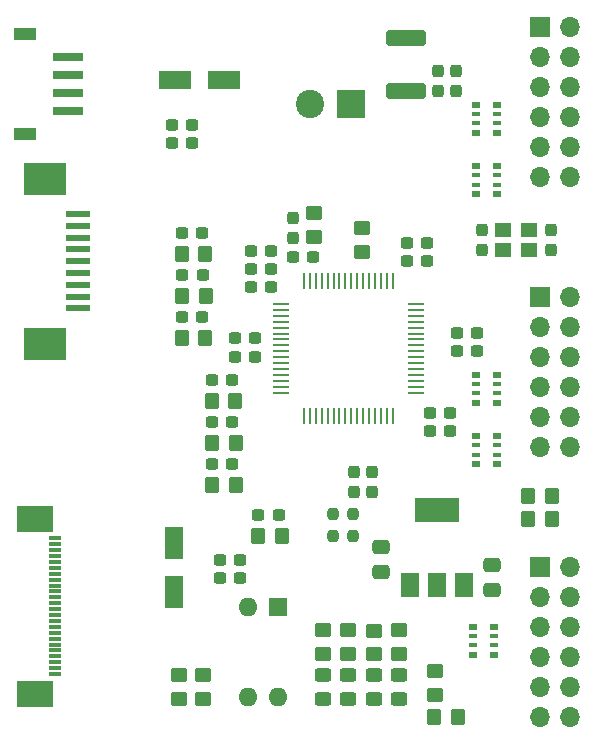
<source format=gbr>
%TF.GenerationSoftware,KiCad,Pcbnew,(5.99.0-12717-g57c7d663b0)*%
%TF.CreationDate,2021-10-22T19:22:42+02:00*%
%TF.ProjectId,video_converter,76696465-6f5f-4636-9f6e-766572746572,rev?*%
%TF.SameCoordinates,Original*%
%TF.FileFunction,Soldermask,Top*%
%TF.FilePolarity,Negative*%
%FSLAX46Y46*%
G04 Gerber Fmt 4.6, Leading zero omitted, Abs format (unit mm)*
G04 Created by KiCad (PCBNEW (5.99.0-12717-g57c7d663b0)) date 2021-10-22 19:22:42*
%MOMM*%
%LPD*%
G01*
G04 APERTURE LIST*
G04 Aperture macros list*
%AMRoundRect*
0 Rectangle with rounded corners*
0 $1 Rounding radius*
0 $2 $3 $4 $5 $6 $7 $8 $9 X,Y pos of 4 corners*
0 Add a 4 corners polygon primitive as box body*
4,1,4,$2,$3,$4,$5,$6,$7,$8,$9,$2,$3,0*
0 Add four circle primitives for the rounded corners*
1,1,$1+$1,$2,$3*
1,1,$1+$1,$4,$5*
1,1,$1+$1,$6,$7*
1,1,$1+$1,$8,$9*
0 Add four rect primitives between the rounded corners*
20,1,$1+$1,$2,$3,$4,$5,0*
20,1,$1+$1,$4,$5,$6,$7,0*
20,1,$1+$1,$6,$7,$8,$9,0*
20,1,$1+$1,$8,$9,$2,$3,0*%
G04 Aperture macros list end*
%ADD10R,2.000000X0.610000*%
%ADD11R,3.600000X2.680000*%
%ADD12RoundRect,0.250000X-0.450000X0.350000X-0.450000X-0.350000X0.450000X-0.350000X0.450000X0.350000X0*%
%ADD13RoundRect,0.250000X-0.350000X-0.450000X0.350000X-0.450000X0.350000X0.450000X-0.350000X0.450000X0*%
%ADD14RoundRect,0.237500X0.300000X0.237500X-0.300000X0.237500X-0.300000X-0.237500X0.300000X-0.237500X0*%
%ADD15RoundRect,0.237500X-0.300000X-0.237500X0.300000X-0.237500X0.300000X0.237500X-0.300000X0.237500X0*%
%ADD16RoundRect,0.250000X0.450000X-0.350000X0.450000X0.350000X-0.450000X0.350000X-0.450000X-0.350000X0*%
%ADD17R,1.700000X1.700000*%
%ADD18O,1.700000X1.700000*%
%ADD19RoundRect,0.237500X-0.237500X0.300000X-0.237500X-0.300000X0.237500X-0.300000X0.237500X0.300000X0*%
%ADD20R,1.600000X1.600000*%
%ADD21O,1.600000X1.600000*%
%ADD22R,0.800000X0.500000*%
%ADD23R,0.800000X0.400000*%
%ADD24RoundRect,0.250000X0.450000X-0.325000X0.450000X0.325000X-0.450000X0.325000X-0.450000X-0.325000X0*%
%ADD25R,1.400000X1.200000*%
%ADD26RoundRect,0.237500X0.237500X-0.300000X0.237500X0.300000X-0.237500X0.300000X-0.237500X-0.300000X0*%
%ADD27RoundRect,0.237500X0.237500X-0.250000X0.237500X0.250000X-0.237500X0.250000X-0.237500X-0.250000X0*%
%ADD28RoundRect,0.250000X0.350000X0.450000X-0.350000X0.450000X-0.350000X-0.450000X0.350000X-0.450000X0*%
%ADD29RoundRect,0.250000X-1.137500X-0.550000X1.137500X-0.550000X1.137500X0.550000X-1.137500X0.550000X0*%
%ADD30RoundRect,0.250000X0.475000X-0.337500X0.475000X0.337500X-0.475000X0.337500X-0.475000X-0.337500X0*%
%ADD31R,1.473200X0.279400*%
%ADD32R,0.279400X1.473200*%
%ADD33R,2.500000X0.700000*%
%ADD34R,1.900000X1.100000*%
%ADD35R,2.400000X2.400000*%
%ADD36C,2.400000*%
%ADD37R,1.100000X0.300000*%
%ADD38R,3.100000X2.300000*%
%ADD39R,1.500000X2.000000*%
%ADD40R,3.800000X2.000000*%
%ADD41RoundRect,0.250000X1.450000X-0.400000X1.450000X0.400000X-1.450000X0.400000X-1.450000X-0.400000X0*%
%ADD42RoundRect,0.250000X-0.550000X1.137500X-0.550000X-1.137500X0.550000X-1.137500X0.550000X1.137500X0*%
G04 APERTURE END LIST*
D10*
%TO.C,J2*%
X123150000Y-75500000D03*
X123150000Y-76500000D03*
X123150000Y-77500000D03*
X123150000Y-78500000D03*
X123150000Y-79500000D03*
X123150000Y-80500000D03*
X123150000Y-81500000D03*
X123150000Y-82500000D03*
X123150000Y-83500000D03*
D11*
X120350000Y-72510000D03*
X120350000Y-86490000D03*
%TD*%
D12*
%TO.C,R16*%
X153416000Y-114189000D03*
X153416000Y-116189000D03*
%TD*%
D13*
%TO.C,R20*%
X161280600Y-101320600D03*
X163280600Y-101320600D03*
%TD*%
%TO.C,R10*%
X131942500Y-85979000D03*
X133942500Y-85979000D03*
%TD*%
D14*
%TO.C,C4*%
X138149500Y-85979000D03*
X136424500Y-85979000D03*
%TD*%
D15*
%TO.C,C24*%
X131963500Y-77089000D03*
X133688500Y-77089000D03*
%TD*%
D16*
%TO.C,R6*%
X150368000Y-112760000D03*
X150368000Y-110760000D03*
%TD*%
D15*
%TO.C,C17*%
X155220500Y-87122000D03*
X156945500Y-87122000D03*
%TD*%
D17*
%TO.C,J3*%
X162244000Y-59690000D03*
D18*
X164784000Y-59690000D03*
X162244000Y-62230000D03*
X164784000Y-62230000D03*
X162244000Y-64770000D03*
X164784000Y-64770000D03*
X162244000Y-67310000D03*
X164784000Y-67310000D03*
X162244000Y-69850000D03*
X164784000Y-69850000D03*
X162244000Y-72390000D03*
X164784000Y-72390000D03*
%TD*%
D19*
%TO.C,C13*%
X141351000Y-75845500D03*
X141351000Y-77570500D03*
%TD*%
D20*
%TO.C,SW1*%
X140086000Y-108754500D03*
D21*
X137546000Y-108754500D03*
X137546000Y-116374500D03*
X140086000Y-116374500D03*
%TD*%
D22*
%TO.C,RN3*%
X156834000Y-71444000D03*
D23*
X156834000Y-72244000D03*
X156834000Y-73044000D03*
D22*
X156834000Y-73844000D03*
X158634000Y-73844000D03*
D23*
X158634000Y-73044000D03*
X158634000Y-72244000D03*
D22*
X158634000Y-71444000D03*
%TD*%
D24*
%TO.C,D4*%
X150368000Y-116586000D03*
X150368000Y-114536000D03*
%TD*%
D15*
%TO.C,C28*%
X131090500Y-69469000D03*
X132815500Y-69469000D03*
%TD*%
%TO.C,C23*%
X138440500Y-100965000D03*
X140165500Y-100965000D03*
%TD*%
%TO.C,C6*%
X151029500Y-77978000D03*
X152754500Y-77978000D03*
%TD*%
D19*
%TO.C,C10*%
X148082000Y-97308500D03*
X148082000Y-99033500D03*
%TD*%
D24*
%TO.C,D2*%
X146050000Y-116595000D03*
X146050000Y-114545000D03*
%TD*%
D15*
%TO.C,C19*%
X131953000Y-84201000D03*
X133678000Y-84201000D03*
%TD*%
D22*
%TO.C,RN5*%
X156580000Y-110433000D03*
D23*
X156580000Y-111233000D03*
X156580000Y-112033000D03*
D22*
X156580000Y-112833000D03*
X158380000Y-112833000D03*
D23*
X158380000Y-112033000D03*
X158380000Y-111233000D03*
D22*
X158380000Y-110433000D03*
%TD*%
D25*
%TO.C,Y1*%
X159174000Y-78574000D03*
X161374000Y-78574000D03*
X161374000Y-76874000D03*
X159174000Y-76874000D03*
%TD*%
D26*
%TO.C,C1*%
X157353000Y-78586500D03*
X157353000Y-76861500D03*
%TD*%
D27*
%TO.C,R19*%
X144780000Y-102766500D03*
X144780000Y-100941500D03*
%TD*%
D24*
%TO.C,D1*%
X143899000Y-116595000D03*
X143899000Y-114545000D03*
%TD*%
D14*
%TO.C,C8*%
X139546500Y-78613000D03*
X137821500Y-78613000D03*
%TD*%
D17*
%TO.C,J4*%
X162244000Y-82550000D03*
D18*
X164784000Y-82550000D03*
X162244000Y-85090000D03*
X164784000Y-85090000D03*
X162244000Y-87630000D03*
X164784000Y-87630000D03*
X162244000Y-90170000D03*
X164784000Y-90170000D03*
X162244000Y-92710000D03*
X164784000Y-92710000D03*
X162244000Y-95250000D03*
X164784000Y-95250000D03*
%TD*%
D24*
%TO.C,D3*%
X148209000Y-116595000D03*
X148209000Y-114545000D03*
%TD*%
D15*
%TO.C,C9*%
X151029500Y-79502000D03*
X152754500Y-79502000D03*
%TD*%
D28*
%TO.C,R17*%
X155305000Y-118110000D03*
X153305000Y-118110000D03*
%TD*%
D29*
%TO.C,C30*%
X131414500Y-64135000D03*
X135539500Y-64135000D03*
%TD*%
D12*
%TO.C,R3*%
X143891000Y-110760000D03*
X143891000Y-112760000D03*
%TD*%
D30*
%TO.C,C34*%
X158242000Y-107336500D03*
X158242000Y-105261500D03*
%TD*%
D26*
%TO.C,C32*%
X155194000Y-65124500D03*
X155194000Y-63399500D03*
%TD*%
D16*
%TO.C,R2*%
X143129000Y-77454000D03*
X143129000Y-75454000D03*
%TD*%
D13*
%TO.C,R15*%
X131953000Y-78867000D03*
X133953000Y-78867000D03*
%TD*%
D12*
%TO.C,R4*%
X146050000Y-110760000D03*
X146050000Y-112760000D03*
%TD*%
D14*
%TO.C,C12*%
X143102500Y-79121000D03*
X141377500Y-79121000D03*
%TD*%
D15*
%TO.C,C22*%
X134519500Y-96647000D03*
X136244500Y-96647000D03*
%TD*%
D22*
%TO.C,RN4*%
X156834000Y-94304000D03*
D23*
X156834000Y-95104000D03*
X156834000Y-95904000D03*
D22*
X156834000Y-96704000D03*
X158634000Y-96704000D03*
D23*
X158634000Y-95904000D03*
X158634000Y-95104000D03*
D22*
X158634000Y-94304000D03*
%TD*%
D13*
%TO.C,R11*%
X134487200Y-91335200D03*
X136487200Y-91335200D03*
%TD*%
D16*
%TO.C,R1*%
X147193000Y-78724000D03*
X147193000Y-76724000D03*
%TD*%
D26*
%TO.C,C29*%
X153640000Y-65124500D03*
X153640000Y-63399500D03*
%TD*%
D14*
%TO.C,C7*%
X138149500Y-87630000D03*
X136424500Y-87630000D03*
%TD*%
D13*
%TO.C,R14*%
X138430000Y-102743000D03*
X140430000Y-102743000D03*
%TD*%
D31*
%TO.C,U1*%
X151765000Y-90627200D03*
X151765000Y-90119200D03*
X151765000Y-89611200D03*
X151765000Y-89128600D03*
X151765000Y-88620600D03*
X151765000Y-88112600D03*
X151765000Y-87630000D03*
X151765000Y-87122000D03*
X151765000Y-86614000D03*
X151765000Y-86106000D03*
X151765000Y-85623400D03*
X151765000Y-85115400D03*
X151765000Y-84607400D03*
X151765000Y-84124800D03*
X151765000Y-83616800D03*
X151765000Y-83108800D03*
D32*
X149809200Y-81153000D03*
X149301200Y-81153000D03*
X148793200Y-81153000D03*
X148310600Y-81153000D03*
X147802600Y-81153000D03*
X147294600Y-81153000D03*
X146812000Y-81153000D03*
X146304000Y-81153000D03*
X145796000Y-81153000D03*
X145288000Y-81153000D03*
X144805400Y-81153000D03*
X144297400Y-81153000D03*
X143789400Y-81153000D03*
X143306800Y-81153000D03*
X142798800Y-81153000D03*
X142290800Y-81153000D03*
D31*
X140335000Y-83108800D03*
X140335000Y-83616800D03*
X140335000Y-84124800D03*
X140335000Y-84607400D03*
X140335000Y-85115400D03*
X140335000Y-85623400D03*
X140335000Y-86106000D03*
X140335000Y-86614000D03*
X140335000Y-87122000D03*
X140335000Y-87630000D03*
X140335000Y-88112600D03*
X140335000Y-88620600D03*
X140335000Y-89128600D03*
X140335000Y-89611200D03*
X140335000Y-90119200D03*
X140335000Y-90627200D03*
D32*
X142290800Y-92583000D03*
X142798800Y-92583000D03*
X143306800Y-92583000D03*
X143789400Y-92583000D03*
X144297400Y-92583000D03*
X144805400Y-92583000D03*
X145288000Y-92583000D03*
X145796000Y-92583000D03*
X146304000Y-92583000D03*
X146812000Y-92583000D03*
X147294600Y-92583000D03*
X147802600Y-92583000D03*
X148310600Y-92583000D03*
X148793200Y-92583000D03*
X149301200Y-92583000D03*
X149809200Y-92583000D03*
%TD*%
D15*
%TO.C,C15*%
X152934500Y-93853000D03*
X154659500Y-93853000D03*
%TD*%
%TO.C,C14*%
X152934500Y-92329000D03*
X154659500Y-92329000D03*
%TD*%
D13*
%TO.C,R13*%
X134509000Y-98425000D03*
X136509000Y-98425000D03*
%TD*%
D14*
%TO.C,C5*%
X139546500Y-80137000D03*
X137821500Y-80137000D03*
%TD*%
D12*
%TO.C,R7*%
X133731000Y-114570000D03*
X133731000Y-116570000D03*
%TD*%
D13*
%TO.C,R8*%
X131985000Y-82423000D03*
X133985000Y-82423000D03*
%TD*%
D33*
%TO.C,J1*%
X122312500Y-62250000D03*
X122312500Y-63750000D03*
X122312500Y-65250000D03*
X122312500Y-66750000D03*
D34*
X118712500Y-60300000D03*
X118712500Y-68700000D03*
%TD*%
D35*
%TO.C,J7*%
X146276000Y-66232000D03*
D36*
X142776000Y-66232000D03*
%TD*%
D12*
%TO.C,R9*%
X131699000Y-114570000D03*
X131699000Y-116570000D03*
%TD*%
D17*
%TO.C,J5*%
X162244000Y-105410000D03*
D18*
X164784000Y-105410000D03*
X162244000Y-107950000D03*
X164784000Y-107950000D03*
X162244000Y-110490000D03*
X164784000Y-110490000D03*
X162244000Y-113030000D03*
X164784000Y-113030000D03*
X162244000Y-115570000D03*
X164784000Y-115570000D03*
X162244000Y-118110000D03*
X164784000Y-118110000D03*
%TD*%
D30*
%TO.C,C33*%
X148844000Y-105812500D03*
X148844000Y-103737500D03*
%TD*%
D22*
%TO.C,RN2*%
X156834000Y-89097000D03*
D23*
X156834000Y-89897000D03*
X156834000Y-90697000D03*
D22*
X156834000Y-91497000D03*
X158634000Y-91497000D03*
D23*
X158634000Y-90697000D03*
X158634000Y-89897000D03*
D22*
X158634000Y-89097000D03*
%TD*%
D13*
%TO.C,R21*%
X161280600Y-99339400D03*
X163280600Y-99339400D03*
%TD*%
%TO.C,R12*%
X134509000Y-94869000D03*
X136509000Y-94869000D03*
%TD*%
D16*
%TO.C,R5*%
X148209000Y-112776000D03*
X148209000Y-110776000D03*
%TD*%
D37*
%TO.C,J6*%
X121219500Y-102962000D03*
X121219500Y-103462000D03*
X121219500Y-103962000D03*
X121219500Y-104462000D03*
X121219500Y-104962000D03*
X121219500Y-105462000D03*
X121219500Y-105962000D03*
X121219500Y-106462000D03*
X121219500Y-106962000D03*
X121219500Y-107462000D03*
X121219500Y-107962000D03*
X121219500Y-108462000D03*
X121219500Y-108962000D03*
X121219500Y-109462000D03*
X121219500Y-109962000D03*
X121219500Y-110462000D03*
X121219500Y-110962000D03*
X121219500Y-111462000D03*
X121219500Y-111962000D03*
X121219500Y-112462000D03*
X121219500Y-112962000D03*
X121219500Y-113462000D03*
X121219500Y-113962000D03*
X121219500Y-114462000D03*
D38*
X119519500Y-101292000D03*
X119519500Y-116132000D03*
%TD*%
D39*
%TO.C,U2*%
X151243000Y-106909000D03*
X153543000Y-106909000D03*
D40*
X153543000Y-100609000D03*
D39*
X155843000Y-106909000D03*
%TD*%
D15*
%TO.C,C26*%
X131090500Y-67945000D03*
X132815500Y-67945000D03*
%TD*%
D22*
%TO.C,RN1*%
X156834000Y-66237000D03*
D23*
X156834000Y-67037000D03*
X156834000Y-67837000D03*
D22*
X156834000Y-68637000D03*
X158634000Y-68637000D03*
D23*
X158634000Y-67837000D03*
X158634000Y-67037000D03*
D22*
X158634000Y-66237000D03*
%TD*%
D15*
%TO.C,C21*%
X134519500Y-93091000D03*
X136244500Y-93091000D03*
%TD*%
D41*
%TO.C,F1*%
X150904000Y-65090000D03*
X150904000Y-60640000D03*
%TD*%
D15*
%TO.C,C20*%
X134519500Y-89535000D03*
X136244500Y-89535000D03*
%TD*%
%TO.C,C18*%
X131995500Y-80645000D03*
X133720500Y-80645000D03*
%TD*%
D27*
%TO.C,R18*%
X146431000Y-102766500D03*
X146431000Y-100941500D03*
%TD*%
D42*
%TO.C,C31*%
X131318000Y-103347500D03*
X131318000Y-107472500D03*
%TD*%
D15*
%TO.C,C16*%
X155220500Y-85598000D03*
X156945500Y-85598000D03*
%TD*%
D19*
%TO.C,C2*%
X163195000Y-76861500D03*
X163195000Y-78586500D03*
%TD*%
D15*
%TO.C,C27*%
X135154500Y-106299000D03*
X136879500Y-106299000D03*
%TD*%
D19*
%TO.C,C11*%
X146558000Y-97308500D03*
X146558000Y-99033500D03*
%TD*%
D15*
%TO.C,C25*%
X135154500Y-104775000D03*
X136879500Y-104775000D03*
%TD*%
%TO.C,C3*%
X137821500Y-81661000D03*
X139546500Y-81661000D03*
%TD*%
M02*

</source>
